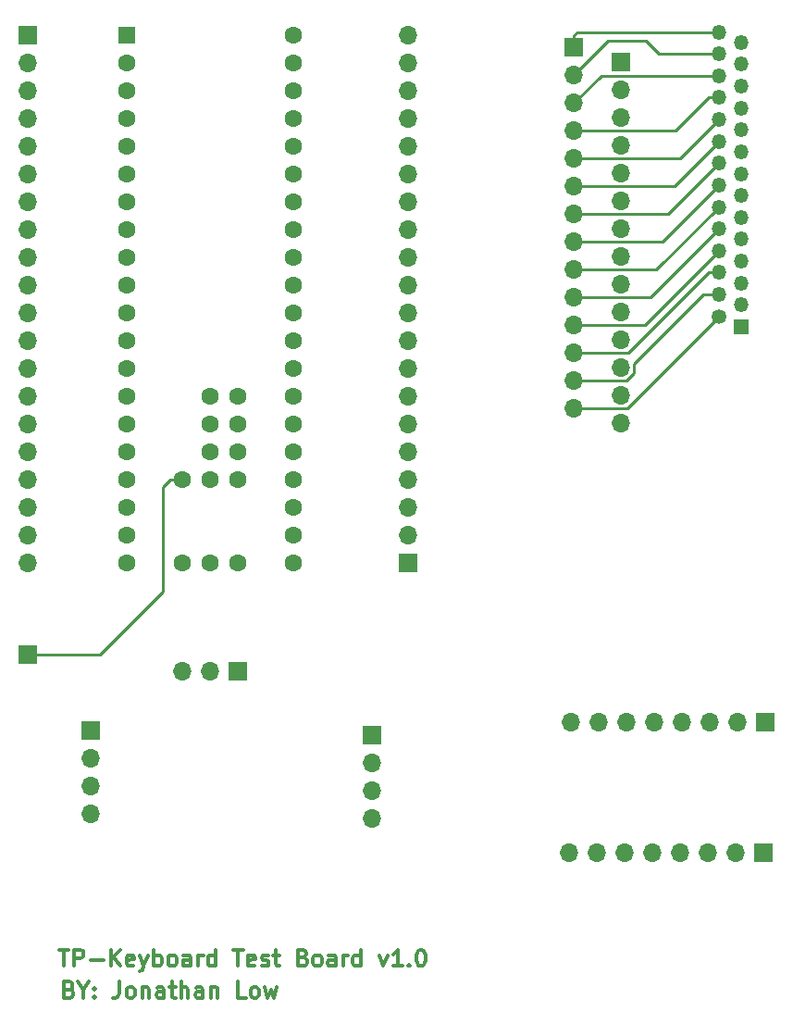
<source format=gbr>
G04 #@! TF.GenerationSoftware,KiCad,Pcbnew,(5.0.0-3-g5ebb6b6)*
G04 #@! TF.CreationDate,2019-09-06T00:58:35-07:00*
G04 #@! TF.ProjectId,keyboard,6B6579626F6172642E6B696361645F70,rev?*
G04 #@! TF.SameCoordinates,Original*
G04 #@! TF.FileFunction,Copper,L1,Top,Signal*
G04 #@! TF.FilePolarity,Positive*
%FSLAX46Y46*%
G04 Gerber Fmt 4.6, Leading zero omitted, Abs format (unit mm)*
G04 Created by KiCad (PCBNEW (5.0.0-3-g5ebb6b6)) date Friday, September 06, 2019 at 12:58:35 AM*
%MOMM*%
%LPD*%
G01*
G04 APERTURE LIST*
G04 #@! TA.AperFunction,NonConductor*
%ADD10C,0.300000*%
G04 #@! TD*
G04 #@! TA.AperFunction,ComponentPad*
%ADD11R,1.700000X1.700000*%
G04 #@! TD*
G04 #@! TA.AperFunction,ComponentPad*
%ADD12O,1.700000X1.700000*%
G04 #@! TD*
G04 #@! TA.AperFunction,ComponentPad*
%ADD13O,1.350000X1.350000*%
G04 #@! TD*
G04 #@! TA.AperFunction,ComponentPad*
%ADD14R,1.350000X1.350000*%
G04 #@! TD*
G04 #@! TA.AperFunction,ComponentPad*
%ADD15C,1.350000*%
G04 #@! TD*
G04 #@! TA.AperFunction,ComponentPad*
%ADD16C,1.600000*%
G04 #@! TD*
G04 #@! TA.AperFunction,ComponentPad*
%ADD17R,1.600000X1.600000*%
G04 #@! TD*
G04 #@! TA.AperFunction,Conductor*
%ADD18C,0.250000*%
G04 #@! TD*
G04 APERTURE END LIST*
D10*
X188687428Y-147212857D02*
X188901714Y-147284285D01*
X188973142Y-147355714D01*
X189044571Y-147498571D01*
X189044571Y-147712857D01*
X188973142Y-147855714D01*
X188901714Y-147927142D01*
X188758857Y-147998571D01*
X188187428Y-147998571D01*
X188187428Y-146498571D01*
X188687428Y-146498571D01*
X188830285Y-146570000D01*
X188901714Y-146641428D01*
X188973142Y-146784285D01*
X188973142Y-146927142D01*
X188901714Y-147070000D01*
X188830285Y-147141428D01*
X188687428Y-147212857D01*
X188187428Y-147212857D01*
X189973142Y-147284285D02*
X189973142Y-147998571D01*
X189473142Y-146498571D02*
X189973142Y-147284285D01*
X190473142Y-146498571D01*
X190973142Y-147855714D02*
X191044571Y-147927142D01*
X190973142Y-147998571D01*
X190901714Y-147927142D01*
X190973142Y-147855714D01*
X190973142Y-147998571D01*
X190973142Y-147070000D02*
X191044571Y-147141428D01*
X190973142Y-147212857D01*
X190901714Y-147141428D01*
X190973142Y-147070000D01*
X190973142Y-147212857D01*
X193258857Y-146498571D02*
X193258857Y-147570000D01*
X193187428Y-147784285D01*
X193044571Y-147927142D01*
X192830285Y-147998571D01*
X192687428Y-147998571D01*
X194187428Y-147998571D02*
X194044571Y-147927142D01*
X193973142Y-147855714D01*
X193901714Y-147712857D01*
X193901714Y-147284285D01*
X193973142Y-147141428D01*
X194044571Y-147070000D01*
X194187428Y-146998571D01*
X194401714Y-146998571D01*
X194544571Y-147070000D01*
X194616000Y-147141428D01*
X194687428Y-147284285D01*
X194687428Y-147712857D01*
X194616000Y-147855714D01*
X194544571Y-147927142D01*
X194401714Y-147998571D01*
X194187428Y-147998571D01*
X195330285Y-146998571D02*
X195330285Y-147998571D01*
X195330285Y-147141428D02*
X195401714Y-147070000D01*
X195544571Y-146998571D01*
X195758857Y-146998571D01*
X195901714Y-147070000D01*
X195973142Y-147212857D01*
X195973142Y-147998571D01*
X197330285Y-147998571D02*
X197330285Y-147212857D01*
X197258857Y-147070000D01*
X197116000Y-146998571D01*
X196830285Y-146998571D01*
X196687428Y-147070000D01*
X197330285Y-147927142D02*
X197187428Y-147998571D01*
X196830285Y-147998571D01*
X196687428Y-147927142D01*
X196616000Y-147784285D01*
X196616000Y-147641428D01*
X196687428Y-147498571D01*
X196830285Y-147427142D01*
X197187428Y-147427142D01*
X197330285Y-147355714D01*
X197830285Y-146998571D02*
X198401714Y-146998571D01*
X198044571Y-146498571D02*
X198044571Y-147784285D01*
X198116000Y-147927142D01*
X198258857Y-147998571D01*
X198401714Y-147998571D01*
X198901714Y-147998571D02*
X198901714Y-146498571D01*
X199544571Y-147998571D02*
X199544571Y-147212857D01*
X199473142Y-147070000D01*
X199330285Y-146998571D01*
X199115999Y-146998571D01*
X198973142Y-147070000D01*
X198901714Y-147141428D01*
X200901714Y-147998571D02*
X200901714Y-147212857D01*
X200830285Y-147070000D01*
X200687428Y-146998571D01*
X200401714Y-146998571D01*
X200258857Y-147070000D01*
X200901714Y-147927142D02*
X200758857Y-147998571D01*
X200401714Y-147998571D01*
X200258857Y-147927142D01*
X200187428Y-147784285D01*
X200187428Y-147641428D01*
X200258857Y-147498571D01*
X200401714Y-147427142D01*
X200758857Y-147427142D01*
X200901714Y-147355714D01*
X201615999Y-146998571D02*
X201615999Y-147998571D01*
X201615999Y-147141428D02*
X201687428Y-147070000D01*
X201830285Y-146998571D01*
X202044571Y-146998571D01*
X202187428Y-147070000D01*
X202258857Y-147212857D01*
X202258857Y-147998571D01*
X204830285Y-147998571D02*
X204115999Y-147998571D01*
X204115999Y-146498571D01*
X205544571Y-147998571D02*
X205401714Y-147927142D01*
X205330285Y-147855714D01*
X205258857Y-147712857D01*
X205258857Y-147284285D01*
X205330285Y-147141428D01*
X205401714Y-147070000D01*
X205544571Y-146998571D01*
X205758857Y-146998571D01*
X205901714Y-147070000D01*
X205973142Y-147141428D01*
X206044571Y-147284285D01*
X206044571Y-147712857D01*
X205973142Y-147855714D01*
X205901714Y-147927142D01*
X205758857Y-147998571D01*
X205544571Y-147998571D01*
X206544571Y-146998571D02*
X206830285Y-147998571D01*
X207115999Y-147284285D01*
X207401714Y-147998571D01*
X207687428Y-146998571D01*
X187775571Y-143577571D02*
X188632714Y-143577571D01*
X188204142Y-145077571D02*
X188204142Y-143577571D01*
X189132714Y-145077571D02*
X189132714Y-143577571D01*
X189704142Y-143577571D01*
X189846999Y-143649000D01*
X189918428Y-143720428D01*
X189989857Y-143863285D01*
X189989857Y-144077571D01*
X189918428Y-144220428D01*
X189846999Y-144291857D01*
X189704142Y-144363285D01*
X189132714Y-144363285D01*
X190632714Y-144506142D02*
X191775571Y-144506142D01*
X192489857Y-145077571D02*
X192489857Y-143577571D01*
X193346999Y-145077571D02*
X192704142Y-144220428D01*
X193346999Y-143577571D02*
X192489857Y-144434714D01*
X194561285Y-145006142D02*
X194418428Y-145077571D01*
X194132714Y-145077571D01*
X193989857Y-145006142D01*
X193918428Y-144863285D01*
X193918428Y-144291857D01*
X193989857Y-144149000D01*
X194132714Y-144077571D01*
X194418428Y-144077571D01*
X194561285Y-144149000D01*
X194632714Y-144291857D01*
X194632714Y-144434714D01*
X193918428Y-144577571D01*
X195132714Y-144077571D02*
X195489857Y-145077571D01*
X195846999Y-144077571D02*
X195489857Y-145077571D01*
X195346999Y-145434714D01*
X195275571Y-145506142D01*
X195132714Y-145577571D01*
X196418428Y-145077571D02*
X196418428Y-143577571D01*
X196418428Y-144149000D02*
X196561285Y-144077571D01*
X196846999Y-144077571D01*
X196989857Y-144149000D01*
X197061285Y-144220428D01*
X197132714Y-144363285D01*
X197132714Y-144791857D01*
X197061285Y-144934714D01*
X196989857Y-145006142D01*
X196846999Y-145077571D01*
X196561285Y-145077571D01*
X196418428Y-145006142D01*
X197989857Y-145077571D02*
X197846999Y-145006142D01*
X197775571Y-144934714D01*
X197704142Y-144791857D01*
X197704142Y-144363285D01*
X197775571Y-144220428D01*
X197846999Y-144149000D01*
X197989857Y-144077571D01*
X198204142Y-144077571D01*
X198346999Y-144149000D01*
X198418428Y-144220428D01*
X198489857Y-144363285D01*
X198489857Y-144791857D01*
X198418428Y-144934714D01*
X198346999Y-145006142D01*
X198204142Y-145077571D01*
X197989857Y-145077571D01*
X199775571Y-145077571D02*
X199775571Y-144291857D01*
X199704142Y-144149000D01*
X199561285Y-144077571D01*
X199275571Y-144077571D01*
X199132714Y-144149000D01*
X199775571Y-145006142D02*
X199632714Y-145077571D01*
X199275571Y-145077571D01*
X199132714Y-145006142D01*
X199061285Y-144863285D01*
X199061285Y-144720428D01*
X199132714Y-144577571D01*
X199275571Y-144506142D01*
X199632714Y-144506142D01*
X199775571Y-144434714D01*
X200489857Y-145077571D02*
X200489857Y-144077571D01*
X200489857Y-144363285D02*
X200561285Y-144220428D01*
X200632714Y-144149000D01*
X200775571Y-144077571D01*
X200918428Y-144077571D01*
X202061285Y-145077571D02*
X202061285Y-143577571D01*
X202061285Y-145006142D02*
X201918428Y-145077571D01*
X201632714Y-145077571D01*
X201489857Y-145006142D01*
X201418428Y-144934714D01*
X201346999Y-144791857D01*
X201346999Y-144363285D01*
X201418428Y-144220428D01*
X201489857Y-144149000D01*
X201632714Y-144077571D01*
X201918428Y-144077571D01*
X202061285Y-144149000D01*
X203704142Y-143577571D02*
X204561285Y-143577571D01*
X204132714Y-145077571D02*
X204132714Y-143577571D01*
X205632714Y-145006142D02*
X205489857Y-145077571D01*
X205204142Y-145077571D01*
X205061285Y-145006142D01*
X204989857Y-144863285D01*
X204989857Y-144291857D01*
X205061285Y-144149000D01*
X205204142Y-144077571D01*
X205489857Y-144077571D01*
X205632714Y-144149000D01*
X205704142Y-144291857D01*
X205704142Y-144434714D01*
X204989857Y-144577571D01*
X206275571Y-145006142D02*
X206418428Y-145077571D01*
X206704142Y-145077571D01*
X206846999Y-145006142D01*
X206918428Y-144863285D01*
X206918428Y-144791857D01*
X206846999Y-144649000D01*
X206704142Y-144577571D01*
X206489857Y-144577571D01*
X206346999Y-144506142D01*
X206275571Y-144363285D01*
X206275571Y-144291857D01*
X206346999Y-144149000D01*
X206489857Y-144077571D01*
X206704142Y-144077571D01*
X206846999Y-144149000D01*
X207346999Y-144077571D02*
X207918428Y-144077571D01*
X207561285Y-143577571D02*
X207561285Y-144863285D01*
X207632714Y-145006142D01*
X207775571Y-145077571D01*
X207918428Y-145077571D01*
X210061285Y-144291857D02*
X210275571Y-144363285D01*
X210346999Y-144434714D01*
X210418428Y-144577571D01*
X210418428Y-144791857D01*
X210346999Y-144934714D01*
X210275571Y-145006142D01*
X210132714Y-145077571D01*
X209561285Y-145077571D01*
X209561285Y-143577571D01*
X210061285Y-143577571D01*
X210204142Y-143649000D01*
X210275571Y-143720428D01*
X210346999Y-143863285D01*
X210346999Y-144006142D01*
X210275571Y-144149000D01*
X210204142Y-144220428D01*
X210061285Y-144291857D01*
X209561285Y-144291857D01*
X211275571Y-145077571D02*
X211132714Y-145006142D01*
X211061285Y-144934714D01*
X210989857Y-144791857D01*
X210989857Y-144363285D01*
X211061285Y-144220428D01*
X211132714Y-144149000D01*
X211275571Y-144077571D01*
X211489857Y-144077571D01*
X211632714Y-144149000D01*
X211704142Y-144220428D01*
X211775571Y-144363285D01*
X211775571Y-144791857D01*
X211704142Y-144934714D01*
X211632714Y-145006142D01*
X211489857Y-145077571D01*
X211275571Y-145077571D01*
X213061285Y-145077571D02*
X213061285Y-144291857D01*
X212989857Y-144149000D01*
X212846999Y-144077571D01*
X212561285Y-144077571D01*
X212418428Y-144149000D01*
X213061285Y-145006142D02*
X212918428Y-145077571D01*
X212561285Y-145077571D01*
X212418428Y-145006142D01*
X212346999Y-144863285D01*
X212346999Y-144720428D01*
X212418428Y-144577571D01*
X212561285Y-144506142D01*
X212918428Y-144506142D01*
X213061285Y-144434714D01*
X213775571Y-145077571D02*
X213775571Y-144077571D01*
X213775571Y-144363285D02*
X213846999Y-144220428D01*
X213918428Y-144149000D01*
X214061285Y-144077571D01*
X214204142Y-144077571D01*
X215346999Y-145077571D02*
X215346999Y-143577571D01*
X215346999Y-145006142D02*
X215204142Y-145077571D01*
X214918428Y-145077571D01*
X214775571Y-145006142D01*
X214704142Y-144934714D01*
X214632714Y-144791857D01*
X214632714Y-144363285D01*
X214704142Y-144220428D01*
X214775571Y-144149000D01*
X214918428Y-144077571D01*
X215204142Y-144077571D01*
X215346999Y-144149000D01*
X217061285Y-144077571D02*
X217418428Y-145077571D01*
X217775571Y-144077571D01*
X219132714Y-145077571D02*
X218275571Y-145077571D01*
X218704142Y-145077571D02*
X218704142Y-143577571D01*
X218561285Y-143791857D01*
X218418428Y-143934714D01*
X218275571Y-144006142D01*
X219775571Y-144934714D02*
X219846999Y-145006142D01*
X219775571Y-145077571D01*
X219704142Y-145006142D01*
X219775571Y-144934714D01*
X219775571Y-145077571D01*
X220775571Y-143577571D02*
X220918428Y-143577571D01*
X221061285Y-143649000D01*
X221132714Y-143720428D01*
X221204142Y-143863285D01*
X221275571Y-144149000D01*
X221275571Y-144506142D01*
X221204142Y-144791857D01*
X221132714Y-144934714D01*
X221061285Y-145006142D01*
X220918428Y-145077571D01*
X220775571Y-145077571D01*
X220632714Y-145006142D01*
X220561285Y-144934714D01*
X220489857Y-144791857D01*
X220418428Y-144506142D01*
X220418428Y-144149000D01*
X220489857Y-143863285D01*
X220561285Y-143720428D01*
X220632714Y-143649000D01*
X220775571Y-143577571D01*
D11*
G04 #@! TO.P,J2,1*
G04 #@! TO.N,Net-(J2-Pad1)*
X252349000Y-122809000D03*
D12*
G04 #@! TO.P,J2,2*
G04 #@! TO.N,Net-(J2-Pad2)*
X249809000Y-122809000D03*
G04 #@! TO.P,J2,3*
G04 #@! TO.N,Net-(J2-Pad3)*
X247269000Y-122809000D03*
G04 #@! TO.P,J2,4*
G04 #@! TO.N,Net-(J2-Pad4)*
X244729000Y-122809000D03*
G04 #@! TO.P,J2,5*
G04 #@! TO.N,Net-(J2-Pad5)*
X242189000Y-122809000D03*
G04 #@! TO.P,J2,6*
G04 #@! TO.N,Net-(J2-Pad6)*
X239649000Y-122809000D03*
G04 #@! TO.P,J2,7*
G04 #@! TO.N,Net-(J2-Pad7)*
X237109000Y-122809000D03*
G04 #@! TO.P,J2,8*
G04 #@! TO.N,Net-(J2-Pad8)*
X234569000Y-122809000D03*
G04 #@! TD*
D13*
G04 #@! TO.P,J1,27*
G04 #@! TO.N,Net-(J1-Pad27)*
X250190000Y-60614000D03*
G04 #@! TO.P,J1,25*
G04 #@! TO.N,Net-(J1-Pad25)*
X250190000Y-62614000D03*
G04 #@! TO.P,J1,23*
G04 #@! TO.N,Net-(J1-Pad23)*
X250190000Y-64614000D03*
G04 #@! TO.P,J1,21*
G04 #@! TO.N,Net-(J1-Pad21)*
X250190000Y-66614000D03*
G04 #@! TO.P,J1,19*
G04 #@! TO.N,Net-(J1-Pad19)*
X250190000Y-68614000D03*
G04 #@! TO.P,J1,17*
G04 #@! TO.N,Net-(J1-Pad17)*
X250190000Y-70614000D03*
G04 #@! TO.P,J1,15*
G04 #@! TO.N,Net-(J1-Pad15)*
X250190000Y-72614000D03*
G04 #@! TO.P,J1,13*
G04 #@! TO.N,Net-(J1-Pad13)*
X250190000Y-74614000D03*
G04 #@! TO.P,J1,11*
G04 #@! TO.N,Net-(J1-Pad11)*
X250190000Y-76614000D03*
G04 #@! TO.P,J1,9*
G04 #@! TO.N,Net-(J1-Pad9)*
X250190000Y-78614000D03*
G04 #@! TO.P,J1,7*
G04 #@! TO.N,Net-(J1-Pad7)*
X250190000Y-80614000D03*
G04 #@! TO.P,J1,5*
G04 #@! TO.N,Net-(J1-Pad5)*
X250190000Y-82614000D03*
G04 #@! TO.P,J1,3*
G04 #@! TO.N,Net-(J1-Pad3)*
X250190000Y-84614000D03*
D14*
G04 #@! TO.P,J1,1*
G04 #@! TO.N,Net-(J1-Pad1)*
X250190000Y-86614000D03*
D13*
G04 #@! TO.P,J1,14*
G04 #@! TO.N,Net-(J1-Pad14)*
X248140000Y-73664000D03*
G04 #@! TO.P,J1,28*
G04 #@! TO.N,Net-(J1-Pad28)*
X248140000Y-59664000D03*
G04 #@! TO.P,J1,12*
G04 #@! TO.N,Net-(J1-Pad12)*
X248140000Y-75664000D03*
G04 #@! TO.P,J1,10*
G04 #@! TO.N,Net-(J1-Pad10)*
X248140000Y-77664000D03*
G04 #@! TO.P,J1,22*
G04 #@! TO.N,Net-(J1-Pad22)*
X248140000Y-65664000D03*
G04 #@! TO.P,J1,24*
G04 #@! TO.N,Net-(J1-Pad24)*
X248140000Y-63664000D03*
D15*
G04 #@! TO.P,J1,2*
G04 #@! TO.N,Net-(J1-Pad2)*
X248140000Y-85664000D03*
D13*
G04 #@! TO.P,J1,18*
G04 #@! TO.N,Net-(J1-Pad18)*
X248140000Y-69664000D03*
G04 #@! TO.P,J1,4*
G04 #@! TO.N,Net-(J1-Pad4)*
X248140000Y-83664000D03*
G04 #@! TO.P,J1,26*
G04 #@! TO.N,Net-(J1-Pad26)*
X248140000Y-61664000D03*
G04 #@! TO.P,J1,20*
G04 #@! TO.N,Net-(J1-Pad20)*
X248140000Y-67664000D03*
G04 #@! TO.P,J1,6*
G04 #@! TO.N,Net-(J1-Pad6)*
X248140000Y-81664000D03*
G04 #@! TO.P,J1,16*
G04 #@! TO.N,Net-(J1-Pad16)*
X248140000Y-71664000D03*
G04 #@! TO.P,J1,8*
G04 #@! TO.N,Net-(J1-Pad8)*
X248140000Y-79664000D03*
G04 #@! TD*
D11*
G04 #@! TO.P,J7,28*
G04 #@! TO.N,Net-(J1-Pad28)*
X234823000Y-61087000D03*
D12*
G04 #@! TO.P,J7,26*
G04 #@! TO.N,Net-(J1-Pad26)*
X234823000Y-63627000D03*
G04 #@! TO.P,J7,24*
G04 #@! TO.N,Net-(J1-Pad24)*
X234823000Y-66167000D03*
G04 #@! TO.P,J7,22*
G04 #@! TO.N,Net-(J1-Pad22)*
X234823000Y-68707000D03*
G04 #@! TO.P,J7,20*
G04 #@! TO.N,Net-(J1-Pad20)*
X234823000Y-71247000D03*
G04 #@! TO.P,J7,18*
G04 #@! TO.N,Net-(J1-Pad18)*
X234823000Y-73787000D03*
G04 #@! TO.P,J7,16*
G04 #@! TO.N,Net-(J1-Pad16)*
X234823000Y-76327000D03*
G04 #@! TO.P,J7,14*
G04 #@! TO.N,Net-(J1-Pad14)*
X234823000Y-78867000D03*
G04 #@! TO.P,J7,12*
G04 #@! TO.N,Net-(J1-Pad12)*
X234823000Y-81407000D03*
G04 #@! TO.P,J7,10*
G04 #@! TO.N,Net-(J1-Pad10)*
X234823000Y-83947000D03*
G04 #@! TO.P,J7,8*
G04 #@! TO.N,Net-(J1-Pad8)*
X234823000Y-86487000D03*
G04 #@! TO.P,J7,6*
G04 #@! TO.N,Net-(J1-Pad6)*
X234823000Y-89027000D03*
G04 #@! TO.P,J7,4*
G04 #@! TO.N,Net-(J1-Pad4)*
X234823000Y-91567000D03*
G04 #@! TO.P,J7,2*
G04 #@! TO.N,Net-(J1-Pad2)*
X234823000Y-94107000D03*
G04 #@! TO.P,J7,19*
G04 #@! TO.N,Net-(J1-Pad19)*
X239173000Y-72547000D03*
G04 #@! TO.P,J7,17*
G04 #@! TO.N,Net-(J1-Pad17)*
X239173000Y-75087000D03*
G04 #@! TO.P,J7,9*
G04 #@! TO.N,Net-(J1-Pad9)*
X239173000Y-85247000D03*
G04 #@! TO.P,J7,23*
G04 #@! TO.N,Net-(J1-Pad23)*
X239173000Y-67467000D03*
G04 #@! TO.P,J7,7*
G04 #@! TO.N,Net-(J1-Pad7)*
X239173000Y-87787000D03*
G04 #@! TO.P,J7,25*
G04 #@! TO.N,Net-(J1-Pad25)*
X239173000Y-64927000D03*
G04 #@! TO.P,J7,21*
G04 #@! TO.N,Net-(J1-Pad21)*
X239173000Y-70007000D03*
D11*
G04 #@! TO.P,J7,27*
G04 #@! TO.N,Net-(J1-Pad27)*
X239173000Y-62387000D03*
D12*
G04 #@! TO.P,J7,5*
G04 #@! TO.N,Net-(J1-Pad5)*
X239173000Y-90327000D03*
G04 #@! TO.P,J7,3*
G04 #@! TO.N,Net-(J1-Pad3)*
X239173000Y-92867000D03*
G04 #@! TO.P,J7,15*
G04 #@! TO.N,Net-(J1-Pad15)*
X239173000Y-77627000D03*
G04 #@! TO.P,J7,13*
G04 #@! TO.N,Net-(J1-Pad13)*
X239173000Y-80167000D03*
G04 #@! TO.P,J7,1*
G04 #@! TO.N,Net-(J1-Pad1)*
X239173000Y-95407000D03*
G04 #@! TO.P,J7,11*
G04 #@! TO.N,Net-(J1-Pad11)*
X239173000Y-82707000D03*
G04 #@! TD*
D11*
G04 #@! TO.P,J8,1*
G04 #@! TO.N,Net-(J2-Pad1)*
X252222000Y-134747000D03*
D12*
G04 #@! TO.P,J8,2*
G04 #@! TO.N,Net-(J2-Pad2)*
X249682000Y-134747000D03*
G04 #@! TO.P,J8,3*
G04 #@! TO.N,Net-(J2-Pad3)*
X247142000Y-134747000D03*
G04 #@! TO.P,J8,4*
G04 #@! TO.N,Net-(J2-Pad4)*
X244602000Y-134747000D03*
G04 #@! TO.P,J8,5*
G04 #@! TO.N,Net-(J2-Pad5)*
X242062000Y-134747000D03*
G04 #@! TO.P,J8,6*
G04 #@! TO.N,Net-(J2-Pad6)*
X239522000Y-134747000D03*
G04 #@! TO.P,J8,7*
G04 #@! TO.N,Net-(J2-Pad7)*
X236982000Y-134747000D03*
G04 #@! TO.P,J8,8*
G04 #@! TO.N,Net-(J2-Pad8)*
X234442000Y-134747000D03*
G04 #@! TD*
D11*
G04 #@! TO.P,J3,1*
G04 #@! TO.N,Net-(J3-Pad1)*
X184912000Y-59944000D03*
D12*
G04 #@! TO.P,J3,2*
G04 #@! TO.N,Net-(J3-Pad2)*
X184912000Y-62484000D03*
G04 #@! TO.P,J3,3*
G04 #@! TO.N,Net-(J3-Pad3)*
X184912000Y-65024000D03*
G04 #@! TO.P,J3,4*
G04 #@! TO.N,Net-(J3-Pad4)*
X184912000Y-67564000D03*
G04 #@! TO.P,J3,5*
G04 #@! TO.N,Net-(J3-Pad5)*
X184912000Y-70104000D03*
G04 #@! TO.P,J3,6*
G04 #@! TO.N,Net-(J3-Pad6)*
X184912000Y-72644000D03*
G04 #@! TO.P,J3,7*
G04 #@! TO.N,Net-(J3-Pad7)*
X184912000Y-75184000D03*
G04 #@! TO.P,J3,8*
G04 #@! TO.N,Net-(J3-Pad8)*
X184912000Y-77724000D03*
G04 #@! TO.P,J3,9*
G04 #@! TO.N,Net-(J3-Pad9)*
X184912000Y-80264000D03*
G04 #@! TO.P,J3,10*
G04 #@! TO.N,Net-(J3-Pad10)*
X184912000Y-82804000D03*
G04 #@! TO.P,J3,11*
G04 #@! TO.N,Net-(J3-Pad11)*
X184912000Y-85344000D03*
G04 #@! TO.P,J3,12*
G04 #@! TO.N,Net-(J3-Pad12)*
X184912000Y-87884000D03*
G04 #@! TO.P,J3,13*
G04 #@! TO.N,Net-(J3-Pad13)*
X184912000Y-90424000D03*
G04 #@! TO.P,J3,14*
G04 #@! TO.N,Net-(J3-Pad14)*
X184912000Y-92964000D03*
G04 #@! TO.P,J3,15*
G04 #@! TO.N,Net-(J3-Pad15)*
X184912000Y-95504000D03*
G04 #@! TO.P,J3,16*
G04 #@! TO.N,Net-(J3-Pad16)*
X184912000Y-98044000D03*
G04 #@! TO.P,J3,17*
G04 #@! TO.N,Net-(J3-Pad17)*
X184912000Y-100584000D03*
G04 #@! TO.P,J3,18*
G04 #@! TO.N,Net-(J3-Pad18)*
X184912000Y-103124000D03*
G04 #@! TO.P,J3,19*
G04 #@! TO.N,Net-(J3-Pad19)*
X184912000Y-105664000D03*
G04 #@! TO.P,J3,20*
G04 #@! TO.N,Net-(J3-Pad20)*
X184912000Y-108204000D03*
G04 #@! TD*
G04 #@! TO.P,J4,20*
G04 #@! TO.N,Net-(J4-Pad20)*
X219710000Y-59944000D03*
G04 #@! TO.P,J4,19*
G04 #@! TO.N,Net-(J4-Pad19)*
X219710000Y-62484000D03*
G04 #@! TO.P,J4,18*
G04 #@! TO.N,Net-(J4-Pad18)*
X219710000Y-65024000D03*
G04 #@! TO.P,J4,17*
G04 #@! TO.N,Net-(J4-Pad17)*
X219710000Y-67564000D03*
G04 #@! TO.P,J4,16*
G04 #@! TO.N,Net-(J4-Pad16)*
X219710000Y-70104000D03*
G04 #@! TO.P,J4,15*
G04 #@! TO.N,Net-(J4-Pad15)*
X219710000Y-72644000D03*
G04 #@! TO.P,J4,14*
G04 #@! TO.N,Net-(J4-Pad14)*
X219710000Y-75184000D03*
G04 #@! TO.P,J4,13*
G04 #@! TO.N,Net-(J4-Pad13)*
X219710000Y-77724000D03*
G04 #@! TO.P,J4,12*
G04 #@! TO.N,Net-(J4-Pad12)*
X219710000Y-80264000D03*
G04 #@! TO.P,J4,11*
G04 #@! TO.N,Net-(J4-Pad11)*
X219710000Y-82804000D03*
G04 #@! TO.P,J4,10*
G04 #@! TO.N,Net-(J4-Pad10)*
X219710000Y-85344000D03*
G04 #@! TO.P,J4,9*
G04 #@! TO.N,Net-(J4-Pad9)*
X219710000Y-87884000D03*
G04 #@! TO.P,J4,8*
G04 #@! TO.N,Net-(J4-Pad8)*
X219710000Y-90424000D03*
G04 #@! TO.P,J4,7*
G04 #@! TO.N,Net-(J4-Pad7)*
X219710000Y-92964000D03*
G04 #@! TO.P,J4,6*
G04 #@! TO.N,Net-(J4-Pad6)*
X219710000Y-95504000D03*
G04 #@! TO.P,J4,5*
G04 #@! TO.N,Net-(J4-Pad5)*
X219710000Y-98044000D03*
G04 #@! TO.P,J4,4*
G04 #@! TO.N,Net-(J4-Pad4)*
X219710000Y-100584000D03*
G04 #@! TO.P,J4,3*
G04 #@! TO.N,Net-(J4-Pad3)*
X219710000Y-103124000D03*
G04 #@! TO.P,J4,2*
G04 #@! TO.N,Net-(J4-Pad2)*
X219710000Y-105664000D03*
D11*
G04 #@! TO.P,J4,1*
G04 #@! TO.N,Net-(J4-Pad1)*
X219710000Y-108204000D03*
G04 #@! TD*
G04 #@! TO.P,J5,1*
G04 #@! TO.N,Net-(J5-Pad1)*
X204089000Y-118110000D03*
D12*
G04 #@! TO.P,J5,2*
G04 #@! TO.N,Net-(J5-Pad2)*
X201549000Y-118110000D03*
G04 #@! TO.P,J5,3*
G04 #@! TO.N,Net-(J5-Pad3)*
X199009000Y-118110000D03*
G04 #@! TD*
D11*
G04 #@! TO.P,J6,1*
G04 #@! TO.N,Net-(J6-Pad1)*
X190627000Y-123571000D03*
D12*
G04 #@! TO.P,J6,2*
G04 #@! TO.N,Net-(J6-Pad2)*
X190627000Y-126111000D03*
G04 #@! TO.P,J6,3*
G04 #@! TO.N,Net-(J6-Pad3)*
X190627000Y-128651000D03*
G04 #@! TO.P,J6,4*
G04 #@! TO.N,Net-(J6-Pad4)*
X190627000Y-131191000D03*
G04 #@! TD*
G04 #@! TO.P,J9,4*
G04 #@! TO.N,Net-(J9-Pad4)*
X216408000Y-131572000D03*
G04 #@! TO.P,J9,3*
G04 #@! TO.N,Net-(J9-Pad3)*
X216408000Y-129032000D03*
G04 #@! TO.P,J9,2*
G04 #@! TO.N,Net-(J9-Pad2)*
X216408000Y-126492000D03*
D11*
G04 #@! TO.P,J9,1*
G04 #@! TO.N,Net-(J9-Pad1)*
X216408000Y-123952000D03*
G04 #@! TD*
D16*
G04 #@! TO.P,U1,9*
G04 #@! TO.N,Net-(J3-Pad9)*
X193929000Y-80264000D03*
G04 #@! TO.P,U1,10*
G04 #@! TO.N,Net-(J3-Pad10)*
X193929000Y-82804000D03*
G04 #@! TO.P,U1,11*
G04 #@! TO.N,Net-(J3-Pad11)*
X193929000Y-85344000D03*
G04 #@! TO.P,U1,8*
G04 #@! TO.N,Net-(J3-Pad8)*
X193929000Y-77724000D03*
G04 #@! TO.P,U1,7*
G04 #@! TO.N,Net-(J3-Pad7)*
X193929000Y-75184000D03*
G04 #@! TO.P,U1,6*
G04 #@! TO.N,Net-(J3-Pad6)*
X193929000Y-72644000D03*
G04 #@! TO.P,U1,5*
G04 #@! TO.N,Net-(J3-Pad5)*
X193929000Y-70104000D03*
G04 #@! TO.P,U1,4*
G04 #@! TO.N,Net-(J3-Pad4)*
X193929000Y-67564000D03*
G04 #@! TO.P,U1,3*
G04 #@! TO.N,Net-(J3-Pad3)*
X193929000Y-65024000D03*
G04 #@! TO.P,U1,2*
G04 #@! TO.N,Net-(J3-Pad2)*
X193929000Y-62484000D03*
D17*
G04 #@! TO.P,U1,1*
G04 #@! TO.N,Net-(J3-Pad1)*
X193929000Y-59944000D03*
D16*
G04 #@! TO.P,U1,12*
G04 #@! TO.N,Net-(J3-Pad12)*
X193929000Y-87884000D03*
G04 #@! TO.P,U1,13*
G04 #@! TO.N,Net-(J3-Pad13)*
X193929000Y-90424000D03*
G04 #@! TO.P,U1,14*
G04 #@! TO.N,Net-(J3-Pad14)*
X193929000Y-92964000D03*
G04 #@! TO.P,U1,15*
G04 #@! TO.N,Net-(J3-Pad15)*
X193929000Y-95504000D03*
G04 #@! TO.P,U1,16*
G04 #@! TO.N,Net-(J3-Pad16)*
X193929000Y-98044000D03*
G04 #@! TO.P,U1,17*
G04 #@! TO.N,Net-(J3-Pad17)*
X193929000Y-100584000D03*
G04 #@! TO.P,U1,18*
G04 #@! TO.N,Net-(J3-Pad18)*
X193929000Y-103124000D03*
G04 #@! TO.P,U1,19*
G04 #@! TO.N,Net-(J3-Pad19)*
X193929000Y-105664000D03*
G04 #@! TO.P,U1,20*
G04 #@! TO.N,Net-(J3-Pad20)*
X193929000Y-108204000D03*
G04 #@! TO.P,U1,21*
G04 #@! TO.N,Net-(J5-Pad3)*
X199009000Y-108204000D03*
G04 #@! TO.P,U1,22*
G04 #@! TO.N,Net-(J5-Pad2)*
X201549000Y-108204000D03*
G04 #@! TO.P,U1,23*
G04 #@! TO.N,Net-(J5-Pad1)*
X204089000Y-108204000D03*
G04 #@! TO.P,U1,24*
G04 #@! TO.N,Net-(J4-Pad1)*
X209169000Y-108204000D03*
G04 #@! TO.P,U1,25*
G04 #@! TO.N,Net-(J4-Pad2)*
X209169000Y-105664000D03*
G04 #@! TO.P,U1,26*
G04 #@! TO.N,Net-(J4-Pad3)*
X209169000Y-103124000D03*
G04 #@! TO.P,U1,27*
G04 #@! TO.N,Net-(J4-Pad4)*
X209169000Y-100584000D03*
G04 #@! TO.P,U1,28*
G04 #@! TO.N,Net-(J4-Pad5)*
X209169000Y-98044000D03*
G04 #@! TO.P,U1,29*
G04 #@! TO.N,Net-(J4-Pad6)*
X209169000Y-95504000D03*
G04 #@! TO.P,U1,30*
G04 #@! TO.N,Net-(J4-Pad7)*
X209169000Y-92964000D03*
G04 #@! TO.P,U1,31*
G04 #@! TO.N,Net-(J4-Pad8)*
X209169000Y-90424000D03*
G04 #@! TO.P,U1,32*
G04 #@! TO.N,Net-(J4-Pad9)*
X209169000Y-87884000D03*
G04 #@! TO.P,U1,33*
G04 #@! TO.N,Net-(J4-Pad10)*
X209169000Y-85344000D03*
G04 #@! TO.P,U1,34*
G04 #@! TO.N,Net-(J4-Pad11)*
X209169000Y-82804000D03*
G04 #@! TO.P,U1,35*
G04 #@! TO.N,Net-(J4-Pad12)*
X209169000Y-80264000D03*
G04 #@! TO.P,U1,36*
G04 #@! TO.N,Net-(J4-Pad13)*
X209169000Y-77724000D03*
G04 #@! TO.P,U1,37*
G04 #@! TO.N,Net-(J4-Pad14)*
X209169000Y-75184000D03*
G04 #@! TO.P,U1,38*
G04 #@! TO.N,Net-(J4-Pad15)*
X209169000Y-72644000D03*
G04 #@! TO.P,U1,39*
G04 #@! TO.N,Net-(J4-Pad16)*
X209169000Y-70104000D03*
G04 #@! TO.P,U1,40*
G04 #@! TO.N,Net-(J4-Pad17)*
X209169000Y-67564000D03*
G04 #@! TO.P,U1,41*
G04 #@! TO.N,Net-(J4-Pad18)*
X209169000Y-65024000D03*
G04 #@! TO.P,U1,42*
G04 #@! TO.N,Net-(J4-Pad19)*
X209169000Y-62484000D03*
G04 #@! TO.P,U1,43*
G04 #@! TO.N,Net-(J4-Pad20)*
X209169000Y-59944000D03*
G04 #@! TO.P,U1,44*
G04 #@! TO.N,Net-(J9-Pad1)*
X204089000Y-92964000D03*
G04 #@! TO.P,U1,45*
G04 #@! TO.N,Net-(J9-Pad2)*
X204089000Y-95504000D03*
G04 #@! TO.P,U1,46*
G04 #@! TO.N,Net-(J9-Pad3)*
X204089000Y-98044000D03*
G04 #@! TO.P,U1,47*
G04 #@! TO.N,Net-(J9-Pad4)*
X204089000Y-100584000D03*
G04 #@! TO.P,U1,48*
G04 #@! TO.N,Net-(J6-Pad1)*
X201549000Y-92964000D03*
G04 #@! TO.P,U1,49*
G04 #@! TO.N,Net-(J6-Pad2)*
X201549000Y-95504000D03*
G04 #@! TO.P,U1,50*
G04 #@! TO.N,Net-(J6-Pad3)*
X201549000Y-98044000D03*
G04 #@! TO.P,U1,51*
G04 #@! TO.N,Net-(J6-Pad4)*
X201549000Y-100584000D03*
G04 #@! TO.P,U1,52*
G04 #@! TO.N,Net-(J10-Pad1)*
X199009000Y-100584000D03*
G04 #@! TD*
D11*
G04 #@! TO.P,J10,1*
G04 #@! TO.N,Net-(J10-Pad1)*
X184912000Y-116586000D03*
G04 #@! TD*
D18*
G04 #@! TO.N,Net-(J1-Pad14)*
X242937000Y-78867000D02*
X234823000Y-78867000D01*
X248140000Y-73664000D02*
X242937000Y-78867000D01*
G04 #@! TO.N,Net-(J1-Pad12)*
X242397000Y-81407000D02*
X234823000Y-81407000D01*
X248140000Y-75664000D02*
X242397000Y-81407000D01*
G04 #@! TO.N,Net-(J1-Pad10)*
X241857000Y-83947000D02*
X234823000Y-83947000D01*
X248140000Y-77664000D02*
X241857000Y-83947000D01*
G04 #@! TO.N,Net-(J1-Pad8)*
X241317000Y-86487000D02*
X234823000Y-86487000D01*
X248140000Y-79664000D02*
X241317000Y-86487000D01*
G04 #@! TO.N,Net-(J1-Pad6)*
X236025081Y-89027000D02*
X234823000Y-89027000D01*
X239822406Y-89027000D02*
X236025081Y-89027000D01*
X247185406Y-81664000D02*
X239822406Y-89027000D01*
X248140000Y-81664000D02*
X247185406Y-81664000D01*
G04 #@! TO.N,Net-(J1-Pad4)*
X248140000Y-83664000D02*
X246663000Y-83664000D01*
X236025081Y-91567000D02*
X234823000Y-91567000D01*
X239672002Y-91567000D02*
X236025081Y-91567000D01*
X240348001Y-90891001D02*
X239672002Y-91567000D01*
X240348001Y-89978999D02*
X240348001Y-90891001D01*
X246663000Y-83664000D02*
X240348001Y-89978999D01*
G04 #@! TO.N,Net-(J1-Pad2)*
X239697000Y-94107000D02*
X234823000Y-94107000D01*
X248140000Y-85664000D02*
X239697000Y-94107000D01*
G04 #@! TO.N,Net-(J1-Pad28)*
X235146000Y-59664000D02*
X234823000Y-59987000D01*
X234823000Y-59987000D02*
X234823000Y-61087000D01*
X248140000Y-59664000D02*
X235146000Y-59664000D01*
G04 #@! TO.N,Net-(J1-Pad20)*
X244557000Y-71247000D02*
X234823000Y-71247000D01*
X248140000Y-67664000D02*
X244557000Y-71247000D01*
G04 #@! TO.N,Net-(J1-Pad26)*
X248140000Y-61664000D02*
X242639000Y-61664000D01*
X242639000Y-61664000D02*
X241427000Y-60452000D01*
X241427000Y-60452000D02*
X237998000Y-60452000D01*
X237998000Y-60452000D02*
X236855000Y-61595000D01*
X236855000Y-61595000D02*
X234823000Y-63627000D01*
G04 #@! TO.N,Net-(J1-Pad16)*
X243477000Y-76327000D02*
X234823000Y-76327000D01*
X248140000Y-71664000D02*
X243477000Y-76327000D01*
G04 #@! TO.N,Net-(J1-Pad24)*
X237326000Y-63664000D02*
X234823000Y-66167000D01*
X248140000Y-63664000D02*
X237326000Y-63664000D01*
G04 #@! TO.N,Net-(J1-Pad22)*
X244142406Y-68707000D02*
X236025081Y-68707000D01*
X247185406Y-65664000D02*
X244142406Y-68707000D01*
X236025081Y-68707000D02*
X234823000Y-68707000D01*
X248140000Y-65664000D02*
X247185406Y-65664000D01*
G04 #@! TO.N,Net-(J1-Pad18)*
X244017000Y-73787000D02*
X234823000Y-73787000D01*
X248140000Y-69664000D02*
X244017000Y-73787000D01*
G04 #@! TO.N,Net-(J10-Pad1)*
X197877630Y-100584000D02*
X197231000Y-101230630D01*
X199009000Y-100584000D02*
X197877630Y-100584000D01*
X197231000Y-101230630D02*
X197231000Y-110871000D01*
X191516000Y-116586000D02*
X184912000Y-116586000D01*
X197231000Y-110871000D02*
X191516000Y-116586000D01*
G04 #@! TD*
M02*

</source>
